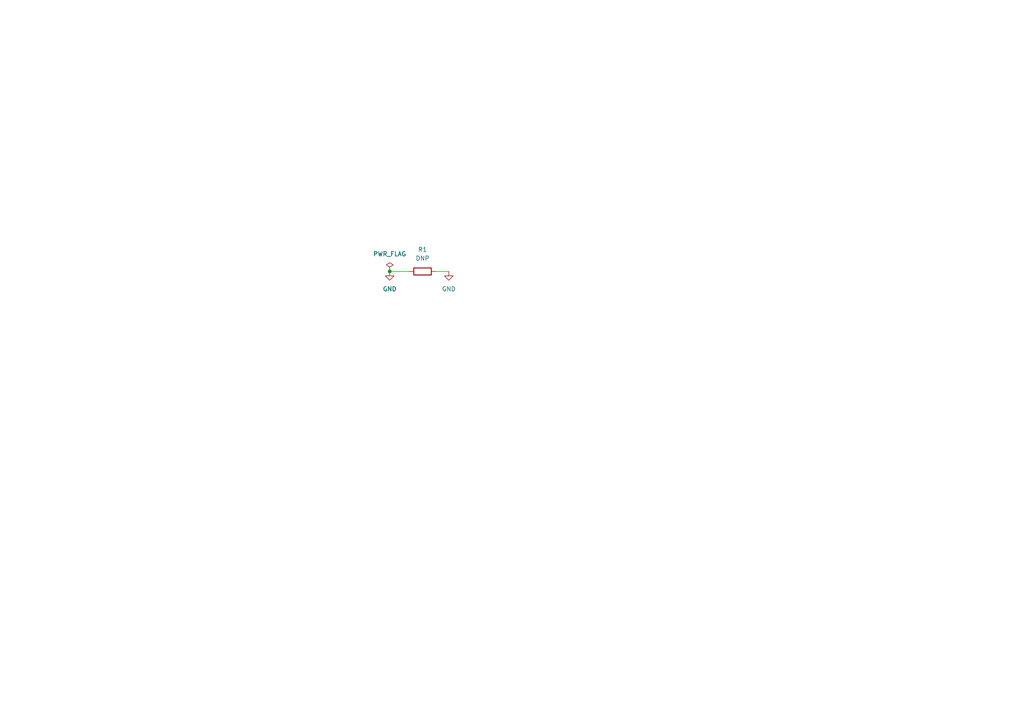
<source format=kicad_sch>
(kicad_sch (version 20230121) (generator eeschema)
  (paper "A4")
  (lib_symbols
    (symbol "Device:R" (pin_numbers hide) (pin_names (offset 0))
      (property "Reference" "R" (at 2.032 0 90))
      (property "Value" "R" (at 0 0 90))
      (symbol "R_0_1"
        (rectangle (start -1.016 -2.54) (end 1.016 2.54) (stroke (width 0.254)))
      )
      (symbol "R_1_1"
        (pin passive line (at 0 3.81 270) (length 1.27) (name "~") (number "1"))
        (pin passive line (at 0 -3.81 90) (length 1.27) (name "~") (number "2"))
      )
    )
    (symbol "power:GND" (power) (pin_names (offset 0))
      (property "Value" "GND" (at 0 -3.81 0))
      (symbol "GND_0_1"
        (polyline (pts (xy 0 0) (xy 0 -1.27) (xy 1.27 -1.27) (xy 0 -2.54) (xy -1.27 -1.27) (xy 0 -1.27)))
      )
      (symbol "GND_1_1"
        (pin power_in line (at 0 0 270) (length 0) hide (name "GND") (number "1"))
      )
    )
    (symbol "power:PWR_FLAG" (power) (pin_numbers hide) (pin_names (offset 0) hide)
      (property "Value" "PWR_FLAG" (at 0 3.81 0))
      (symbol "PWR_FLAG_0_0"
        (pin power_out line (at 0 0 90) (length 0) (name "pwr") (number "1"))
      )
      (symbol "PWR_FLAG_0_1"
        (polyline (pts (xy 0 0) (xy 0 1.27) (xy -1.016 1.905) (xy 0 2.54) (xy 1.016 1.905) (xy 0 1.27)))
      )
    )
  )
  (junction (at 113.03 78.74))
  (wire (pts (xy 113.03 78.74) (xy 118.745 78.74)))
  (wire (pts (xy 130.175 78.74) (xy 126.365 78.74)))
  (symbol (lib_id "power:PWR_FLAG") (at 113.03 78.74 0) (unit 1)
    (property "Reference" "#FLG01" (effects hide))
    (property "Value" "PWR_FLAG" (at 113.03 73.66 0))
  )
  (symbol (lib_id "power:GND") (at 113.03 78.74 0) (unit 1)
    (property "Reference" "#PWR01" (effects hide))
    (property "Value" "GND" (at 113.03 83.82 0))
  )
  (symbol (lib_id "Device:R") (at 122.555 78.74 90) (unit 1)
    (property "Reference" "R1" (at 122.555 72.39 90))
    (property "Value" "DNP" (at 122.555 74.93 90))
    (property "Footprint" "Resistor_SMD:R_0603_1608Metric_Pad0.98x0.95mm_HandSolder" (effects hide))
  )
  (symbol (lib_id "power:GND") (at 130.175 78.74 0) (unit 1)
    (property "Reference" "#PWR02" (effects hide))
    (property "Value" "GND" (at 130.175 83.82 0))
  )
)
</source>
